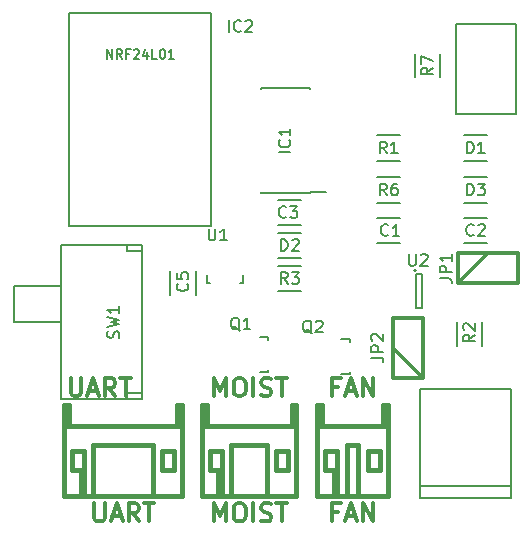
<source format=gto>
G04 #@! TF.FileFunction,Legend,Top*
%FSLAX46Y46*%
G04 Gerber Fmt 4.6, Leading zero omitted, Abs format (unit mm)*
G04 Created by KiCad (PCBNEW 0.201512031508+6343~38~ubuntu14.04.1-stable) date Do 07 Jan 2016 08:44:42 CET*
%MOMM*%
G01*
G04 APERTURE LIST*
%ADD10C,0.150000*%
%ADD11C,0.200000*%
%ADD12C,0.381000*%
%ADD13C,0.304800*%
%ADD14C,0.203200*%
G04 APERTURE END LIST*
D10*
D11*
X3975452Y36150595D02*
X3975452Y36950595D01*
X4432595Y36150595D01*
X4432595Y36950595D01*
X5270690Y36150595D02*
X5004023Y36531548D01*
X4813547Y36150595D02*
X4813547Y36950595D01*
X5118309Y36950595D01*
X5194500Y36912500D01*
X5232595Y36874405D01*
X5270690Y36798214D01*
X5270690Y36683929D01*
X5232595Y36607738D01*
X5194500Y36569643D01*
X5118309Y36531548D01*
X4813547Y36531548D01*
X5880214Y36569643D02*
X5613547Y36569643D01*
X5613547Y36150595D02*
X5613547Y36950595D01*
X5994500Y36950595D01*
X6261166Y36874405D02*
X6299261Y36912500D01*
X6375452Y36950595D01*
X6565928Y36950595D01*
X6642118Y36912500D01*
X6680214Y36874405D01*
X6718309Y36798214D01*
X6718309Y36722024D01*
X6680214Y36607738D01*
X6223071Y36150595D01*
X6718309Y36150595D01*
X7404023Y36683929D02*
X7404023Y36150595D01*
X7213547Y36988690D02*
X7023071Y36417262D01*
X7518309Y36417262D01*
X8204024Y36150595D02*
X7823071Y36150595D01*
X7823071Y36950595D01*
X8623071Y36950595D02*
X8699262Y36950595D01*
X8775452Y36912500D01*
X8813547Y36874405D01*
X8851643Y36798214D01*
X8889738Y36645833D01*
X8889738Y36455357D01*
X8851643Y36302976D01*
X8813547Y36226786D01*
X8775452Y36188690D01*
X8699262Y36150595D01*
X8623071Y36150595D01*
X8546881Y36188690D01*
X8508785Y36226786D01*
X8470690Y36302976D01*
X8432595Y36455357D01*
X8432595Y36645833D01*
X8470690Y36798214D01*
X8508785Y36874405D01*
X8546881Y36912500D01*
X8623071Y36950595D01*
X9651643Y36150595D02*
X9194500Y36150595D01*
X9423071Y36150595D02*
X9423071Y36950595D01*
X9346881Y36836310D01*
X9270690Y36760119D01*
X9194500Y36722024D01*
D10*
X28813000Y20515000D02*
X26813000Y20515000D01*
X26813000Y22665000D02*
X28813000Y22665000D01*
X18431000Y24189000D02*
X20431000Y24189000D01*
X20431000Y22039000D02*
X18431000Y22039000D01*
X11489000Y18145000D02*
X11489000Y16145000D01*
X9339000Y16145000D02*
X9339000Y18145000D01*
X34179000Y29650000D02*
X36179000Y29650000D01*
X36179000Y27500000D02*
X34179000Y27500000D01*
X36179000Y23944000D02*
X34179000Y23944000D01*
X34179000Y26094000D02*
X36179000Y26094000D01*
X21125000Y24760000D02*
X21125000Y24875000D01*
X16975000Y24760000D02*
X16975000Y24875000D01*
X16975000Y33660000D02*
X16975000Y33545000D01*
X21125000Y33660000D02*
X21125000Y33545000D01*
X21125000Y24760000D02*
X16975000Y24760000D01*
X21125000Y33660000D02*
X16975000Y33660000D01*
X21125000Y24875000D02*
X22500000Y24875000D01*
X16903700Y12612320D02*
X17604740Y12612320D01*
X17604740Y12612320D02*
X17604740Y12363400D01*
X17604740Y9813340D02*
X17604740Y9612680D01*
X17604740Y9612680D02*
X16903700Y9612680D01*
X23825200Y12421820D02*
X24526240Y12421820D01*
X24526240Y12421820D02*
X24526240Y12172900D01*
X24526240Y9622840D02*
X24526240Y9422180D01*
X24526240Y9422180D02*
X23825200Y9422180D01*
X28813000Y27500000D02*
X26813000Y27500000D01*
X26813000Y29650000D02*
X28813000Y29650000D01*
X35746000Y13827000D02*
X35746000Y11827000D01*
X33596000Y11827000D02*
X33596000Y13827000D01*
X26813000Y26094000D02*
X28813000Y26094000D01*
X28813000Y23944000D02*
X26813000Y23944000D01*
X32190000Y36560000D02*
X32190000Y34560000D01*
X30040000Y34560000D02*
X30040000Y36560000D01*
X15469820Y17830800D02*
X15469820Y17129760D01*
X15469820Y17129760D02*
X15220900Y17129760D01*
X12670840Y17129760D02*
X12470180Y17129760D01*
X12470180Y17129760D02*
X12470180Y17830800D01*
X780000Y21988000D02*
X780000Y39988000D01*
X780000Y39988000D02*
X12780000Y39988000D01*
X12780000Y39988000D02*
X12780000Y21988000D01*
X12780000Y21988000D02*
X780000Y21988000D01*
X30439360Y-43180D02*
X38140640Y-43180D01*
X30439360Y-1043940D02*
X38140640Y-1043940D01*
X38140640Y-1043940D02*
X38140640Y8155940D01*
X38140640Y8155940D02*
X30439360Y8155940D01*
X30439360Y8155940D02*
X30439360Y-1043940D01*
X36179000Y20515000D02*
X34179000Y20515000D01*
X34179000Y22665000D02*
X36179000Y22665000D01*
X30153000Y18210000D02*
G75*
G03X30153000Y18210000I-100000J0D01*
G01*
X30603000Y17960000D02*
X30103000Y17960000D01*
X30603000Y15060000D02*
X30603000Y17960000D01*
X30103000Y15060000D02*
X30603000Y15060000D01*
X30103000Y17960000D02*
X30103000Y15060000D01*
X38608000Y39116000D02*
X33528000Y39116000D01*
X33528000Y39116000D02*
X33528000Y31496000D01*
X33528000Y31496000D02*
X38608000Y31496000D01*
X38608000Y31496000D02*
X38608000Y39116000D01*
D12*
X2034540Y1361440D02*
X2034540Y-838200D01*
X2034540Y-838200D02*
X1734820Y-838200D01*
X1734820Y-838200D02*
X1734820Y1361440D01*
X7833360Y3462020D02*
X2834640Y3462020D01*
X332740Y-838200D02*
X10335260Y-838200D01*
X332740Y5062220D02*
X10335260Y5062220D01*
X7833360Y3462020D02*
X7833360Y-838200D01*
X2832100Y3462020D02*
X2832100Y-838200D01*
X8630920Y1361440D02*
X8630920Y2961640D01*
X9631680Y1361440D02*
X8630920Y1361440D01*
X9631680Y2961640D02*
X9631680Y1361440D01*
X8630920Y2961640D02*
X9631680Y2961640D01*
X1031240Y2961640D02*
X2032000Y2961640D01*
X2032000Y2961640D02*
X2032000Y1361440D01*
X2032000Y1361440D02*
X1031240Y1361440D01*
X1031240Y1361440D02*
X1031240Y2961640D01*
X10132060Y6860540D02*
X10132060Y5062220D01*
X535940Y6860540D02*
X535940Y5062220D01*
X10332720Y-838200D02*
X10332720Y6860540D01*
X10332720Y6860540D02*
X9933940Y6860540D01*
X9933940Y6860540D02*
X9933940Y5062220D01*
X734060Y5062220D02*
X734060Y6860540D01*
X734060Y6860540D02*
X335280Y6860540D01*
X335280Y6860540D02*
X335280Y-838200D01*
X13700760Y1361440D02*
X13700760Y-838200D01*
X13700760Y-838200D02*
X13401040Y-838200D01*
X13401040Y-838200D02*
X13401040Y1361440D01*
X12001500Y5062220D02*
X20002500Y5062220D01*
X14500860Y3462020D02*
X17503140Y3462020D01*
X12001500Y-838200D02*
X20002500Y-838200D01*
X17500600Y3462020D02*
X17500600Y-838200D01*
X14500860Y3462020D02*
X14500860Y-838200D01*
X18298160Y1361440D02*
X18298160Y2961640D01*
X19298920Y1361440D02*
X18298160Y1361440D01*
X19298920Y2961640D02*
X19298920Y1361440D01*
X18298160Y2961640D02*
X19298920Y2961640D01*
X12700000Y2961640D02*
X13700760Y2961640D01*
X13700760Y2961640D02*
X13700760Y1361440D01*
X13700760Y1361440D02*
X12700000Y1361440D01*
X12700000Y1361440D02*
X12700000Y2961640D01*
X19801840Y6860540D02*
X19801840Y5062220D01*
X12202160Y6860540D02*
X12202160Y5062220D01*
X20002500Y-838200D02*
X20002500Y6860540D01*
X20002500Y6860540D02*
X19603720Y6860540D01*
X19603720Y6860540D02*
X19603720Y5062220D01*
X12400280Y5062220D02*
X12400280Y6860540D01*
X12400280Y6860540D02*
X12001500Y6860540D01*
X12001500Y6860540D02*
X12001500Y-838200D01*
X23464520Y1361440D02*
X23464520Y-838200D01*
X23464520Y-838200D02*
X23164800Y-838200D01*
X23164800Y-838200D02*
X23164800Y1361440D01*
X25265380Y3462020D02*
X25265380Y-838200D01*
X24264620Y3462020D02*
X24264620Y-838200D01*
X25265380Y3462020D02*
X24264620Y3462020D01*
X26062940Y1361440D02*
X26062940Y2961640D01*
X27063700Y1361440D02*
X26062940Y1361440D01*
X27063700Y2961640D02*
X27063700Y1361440D01*
X26062940Y2961640D02*
X27063700Y2961640D01*
X22463760Y2961640D02*
X23464520Y2961640D01*
X23464520Y2961640D02*
X23464520Y1361440D01*
X23464520Y1361440D02*
X22463760Y1361440D01*
X22463760Y1361440D02*
X22463760Y2961640D01*
X27764740Y5062220D02*
X21765260Y5062220D01*
X27564080Y6860540D02*
X27564080Y5062220D01*
X21965920Y6860540D02*
X21965920Y5062220D01*
X21765260Y-838200D02*
X27764740Y-838200D01*
X27764740Y-838200D02*
X27764740Y6860540D01*
X27764740Y6860540D02*
X27365960Y6860540D01*
X27365960Y6860540D02*
X27365960Y5062220D01*
X22164040Y5062220D02*
X22164040Y6860540D01*
X22164040Y6860540D02*
X21765260Y6860540D01*
X21765260Y6860540D02*
X21765260Y-838200D01*
D10*
X20431000Y16451000D02*
X18431000Y16451000D01*
X18431000Y18601000D02*
X20431000Y18601000D01*
X18431000Y21395000D02*
X20431000Y21395000D01*
X20431000Y19245000D02*
X18431000Y19245000D01*
D13*
X33655000Y17145000D02*
X36195000Y19685000D01*
X38735000Y17145000D02*
X33655000Y17145000D01*
X33655000Y19685000D02*
X38735000Y19685000D01*
X33655000Y17145000D02*
X33655000Y19685000D01*
X38735000Y19685000D02*
X38735000Y17145000D01*
X30734000Y9144000D02*
X28194000Y11684000D01*
X30734000Y14224000D02*
X30734000Y9144000D01*
X28194000Y9144000D02*
X28194000Y14224000D01*
X30734000Y9144000D02*
X28194000Y9144000D01*
X28194000Y14224000D02*
X30734000Y14224000D01*
D10*
X64000Y13843000D02*
X-3936000Y13843000D01*
X-3936000Y13843000D02*
X-3936000Y16943000D01*
X-3936000Y16943000D02*
X64000Y16943000D01*
X5664000Y20343000D02*
X5664000Y19843000D01*
X5664000Y19843000D02*
X6964000Y19843000D01*
X5664000Y7343000D02*
X5664000Y7843000D01*
X5664000Y7843000D02*
X6964000Y7843000D01*
X1164000Y20343000D02*
X64000Y20343000D01*
X1164000Y7343000D02*
X64000Y7343000D01*
X4064000Y20343000D02*
X1164000Y20343000D01*
X64000Y20343000D02*
X64000Y7343000D01*
X1164000Y7343000D02*
X6964000Y7343000D01*
X6964000Y7343000D02*
X6964000Y20343000D01*
X6964000Y20343000D02*
X4064000Y20343000D01*
X27773334Y21232857D02*
X27725715Y21185238D01*
X27582858Y21137619D01*
X27487620Y21137619D01*
X27344762Y21185238D01*
X27249524Y21280476D01*
X27201905Y21375714D01*
X27154286Y21566190D01*
X27154286Y21709048D01*
X27201905Y21899524D01*
X27249524Y21994762D01*
X27344762Y22090000D01*
X27487620Y22137619D01*
X27582858Y22137619D01*
X27725715Y22090000D01*
X27773334Y22042381D01*
X28725715Y21137619D02*
X28154286Y21137619D01*
X28440000Y21137619D02*
X28440000Y22137619D01*
X28344762Y21994762D01*
X28249524Y21899524D01*
X28154286Y21851905D01*
X19137334Y22756857D02*
X19089715Y22709238D01*
X18946858Y22661619D01*
X18851620Y22661619D01*
X18708762Y22709238D01*
X18613524Y22804476D01*
X18565905Y22899714D01*
X18518286Y23090190D01*
X18518286Y23233048D01*
X18565905Y23423524D01*
X18613524Y23518762D01*
X18708762Y23614000D01*
X18851620Y23661619D01*
X18946858Y23661619D01*
X19089715Y23614000D01*
X19137334Y23566381D01*
X19470667Y23661619D02*
X20089715Y23661619D01*
X19756381Y23280667D01*
X19899239Y23280667D01*
X19994477Y23233048D01*
X20042096Y23185429D01*
X20089715Y23090190D01*
X20089715Y22852095D01*
X20042096Y22756857D01*
X19994477Y22709238D01*
X19899239Y22661619D01*
X19613524Y22661619D01*
X19518286Y22709238D01*
X19470667Y22756857D01*
X10771143Y17105334D02*
X10818762Y17057715D01*
X10866381Y16914858D01*
X10866381Y16819620D01*
X10818762Y16676762D01*
X10723524Y16581524D01*
X10628286Y16533905D01*
X10437810Y16486286D01*
X10294952Y16486286D01*
X10104476Y16533905D01*
X10009238Y16581524D01*
X9914000Y16676762D01*
X9866381Y16819620D01*
X9866381Y16914858D01*
X9914000Y17057715D01*
X9961619Y17105334D01*
X9866381Y18010096D02*
X9866381Y17533905D01*
X10342571Y17486286D01*
X10294952Y17533905D01*
X10247333Y17629143D01*
X10247333Y17867239D01*
X10294952Y17962477D01*
X10342571Y18010096D01*
X10437810Y18057715D01*
X10675905Y18057715D01*
X10771143Y18010096D01*
X10818762Y17962477D01*
X10866381Y17867239D01*
X10866381Y17629143D01*
X10818762Y17533905D01*
X10771143Y17486286D01*
X34440905Y28122619D02*
X34440905Y29122619D01*
X34679000Y29122619D01*
X34821858Y29075000D01*
X34917096Y28979762D01*
X34964715Y28884524D01*
X35012334Y28694048D01*
X35012334Y28551190D01*
X34964715Y28360714D01*
X34917096Y28265476D01*
X34821858Y28170238D01*
X34679000Y28122619D01*
X34440905Y28122619D01*
X35964715Y28122619D02*
X35393286Y28122619D01*
X35679000Y28122619D02*
X35679000Y29122619D01*
X35583762Y28979762D01*
X35488524Y28884524D01*
X35393286Y28836905D01*
X34440905Y24566619D02*
X34440905Y25566619D01*
X34679000Y25566619D01*
X34821858Y25519000D01*
X34917096Y25423762D01*
X34964715Y25328524D01*
X35012334Y25138048D01*
X35012334Y24995190D01*
X34964715Y24804714D01*
X34917096Y24709476D01*
X34821858Y24614238D01*
X34679000Y24566619D01*
X34440905Y24566619D01*
X35345667Y25566619D02*
X35964715Y25566619D01*
X35631381Y25185667D01*
X35774239Y25185667D01*
X35869477Y25138048D01*
X35917096Y25090429D01*
X35964715Y24995190D01*
X35964715Y24757095D01*
X35917096Y24661857D01*
X35869477Y24614238D01*
X35774239Y24566619D01*
X35488524Y24566619D01*
X35393286Y24614238D01*
X35345667Y24661857D01*
X19502381Y28233810D02*
X18502381Y28233810D01*
X19407143Y29281429D02*
X19454762Y29233810D01*
X19502381Y29090953D01*
X19502381Y28995715D01*
X19454762Y28852857D01*
X19359524Y28757619D01*
X19264286Y28710000D01*
X19073810Y28662381D01*
X18930952Y28662381D01*
X18740476Y28710000D01*
X18645238Y28757619D01*
X18550000Y28852857D01*
X18502381Y28995715D01*
X18502381Y29090953D01*
X18550000Y29233810D01*
X18597619Y29281429D01*
X19502381Y30233810D02*
X19502381Y29662381D01*
X19502381Y29948095D02*
X18502381Y29948095D01*
X18645238Y29852857D01*
X18740476Y29757619D01*
X18788095Y29662381D01*
X15208262Y13131881D02*
X15113024Y13179500D01*
X15017786Y13274738D01*
X14874929Y13417595D01*
X14779690Y13465214D01*
X14684452Y13465214D01*
X14732071Y13227119D02*
X14636833Y13274738D01*
X14541595Y13369976D01*
X14493976Y13560452D01*
X14493976Y13893786D01*
X14541595Y14084262D01*
X14636833Y14179500D01*
X14732071Y14227119D01*
X14922548Y14227119D01*
X15017786Y14179500D01*
X15113024Y14084262D01*
X15160643Y13893786D01*
X15160643Y13560452D01*
X15113024Y13369976D01*
X15017786Y13274738D01*
X14922548Y13227119D01*
X14732071Y13227119D01*
X16113024Y13227119D02*
X15541595Y13227119D01*
X15827309Y13227119D02*
X15827309Y14227119D01*
X15732071Y14084262D01*
X15636833Y13989024D01*
X15541595Y13941405D01*
X21321762Y12884381D02*
X21226524Y12932000D01*
X21131286Y13027238D01*
X20988429Y13170095D01*
X20893190Y13217714D01*
X20797952Y13217714D01*
X20845571Y12979619D02*
X20750333Y13027238D01*
X20655095Y13122476D01*
X20607476Y13312952D01*
X20607476Y13646286D01*
X20655095Y13836762D01*
X20750333Y13932000D01*
X20845571Y13979619D01*
X21036048Y13979619D01*
X21131286Y13932000D01*
X21226524Y13836762D01*
X21274143Y13646286D01*
X21274143Y13312952D01*
X21226524Y13122476D01*
X21131286Y13027238D01*
X21036048Y12979619D01*
X20845571Y12979619D01*
X21655095Y13884381D02*
X21702714Y13932000D01*
X21797952Y13979619D01*
X22036048Y13979619D01*
X22131286Y13932000D01*
X22178905Y13884381D01*
X22226524Y13789143D01*
X22226524Y13693905D01*
X22178905Y13551048D01*
X21607476Y12979619D01*
X22226524Y12979619D01*
X27646334Y28122619D02*
X27313000Y28598810D01*
X27074905Y28122619D02*
X27074905Y29122619D01*
X27455858Y29122619D01*
X27551096Y29075000D01*
X27598715Y29027381D01*
X27646334Y28932143D01*
X27646334Y28789286D01*
X27598715Y28694048D01*
X27551096Y28646429D01*
X27455858Y28598810D01*
X27074905Y28598810D01*
X28598715Y28122619D02*
X28027286Y28122619D01*
X28313000Y28122619D02*
X28313000Y29122619D01*
X28217762Y28979762D01*
X28122524Y28884524D01*
X28027286Y28836905D01*
X35123381Y12787334D02*
X34647190Y12454000D01*
X35123381Y12215905D02*
X34123381Y12215905D01*
X34123381Y12596858D01*
X34171000Y12692096D01*
X34218619Y12739715D01*
X34313857Y12787334D01*
X34456714Y12787334D01*
X34551952Y12739715D01*
X34599571Y12692096D01*
X34647190Y12596858D01*
X34647190Y12215905D01*
X34218619Y13168286D02*
X34171000Y13215905D01*
X34123381Y13311143D01*
X34123381Y13549239D01*
X34171000Y13644477D01*
X34218619Y13692096D01*
X34313857Y13739715D01*
X34409095Y13739715D01*
X34551952Y13692096D01*
X35123381Y13120667D01*
X35123381Y13739715D01*
X27646334Y24566619D02*
X27313000Y25042810D01*
X27074905Y24566619D02*
X27074905Y25566619D01*
X27455858Y25566619D01*
X27551096Y25519000D01*
X27598715Y25471381D01*
X27646334Y25376143D01*
X27646334Y25233286D01*
X27598715Y25138048D01*
X27551096Y25090429D01*
X27455858Y25042810D01*
X27074905Y25042810D01*
X28503477Y25566619D02*
X28313000Y25566619D01*
X28217762Y25519000D01*
X28170143Y25471381D01*
X28074905Y25328524D01*
X28027286Y25138048D01*
X28027286Y24757095D01*
X28074905Y24661857D01*
X28122524Y24614238D01*
X28217762Y24566619D01*
X28408239Y24566619D01*
X28503477Y24614238D01*
X28551096Y24661857D01*
X28598715Y24757095D01*
X28598715Y24995190D01*
X28551096Y25090429D01*
X28503477Y25138048D01*
X28408239Y25185667D01*
X28217762Y25185667D01*
X28122524Y25138048D01*
X28074905Y25090429D01*
X28027286Y24995190D01*
X31567381Y35393334D02*
X31091190Y35060000D01*
X31567381Y34821905D02*
X30567381Y34821905D01*
X30567381Y35202858D01*
X30615000Y35298096D01*
X30662619Y35345715D01*
X30757857Y35393334D01*
X30900714Y35393334D01*
X30995952Y35345715D01*
X31043571Y35298096D01*
X31091190Y35202858D01*
X31091190Y34821905D01*
X30567381Y35726667D02*
X30567381Y36393334D01*
X31567381Y35964762D01*
X12573095Y21756619D02*
X12573095Y20947095D01*
X12620714Y20851857D01*
X12668333Y20804238D01*
X12763571Y20756619D01*
X12954048Y20756619D01*
X13049286Y20804238D01*
X13096905Y20851857D01*
X13144524Y20947095D01*
X13144524Y21756619D01*
X14144524Y20756619D02*
X13573095Y20756619D01*
X13858809Y20756619D02*
X13858809Y21756619D01*
X13763571Y21613762D01*
X13668333Y21518524D01*
X13573095Y21470905D01*
X35012334Y21232857D02*
X34964715Y21185238D01*
X34821858Y21137619D01*
X34726620Y21137619D01*
X34583762Y21185238D01*
X34488524Y21280476D01*
X34440905Y21375714D01*
X34393286Y21566190D01*
X34393286Y21709048D01*
X34440905Y21899524D01*
X34488524Y21994762D01*
X34583762Y22090000D01*
X34726620Y22137619D01*
X34821858Y22137619D01*
X34964715Y22090000D01*
X35012334Y22042381D01*
X35393286Y22042381D02*
X35440905Y22090000D01*
X35536143Y22137619D01*
X35774239Y22137619D01*
X35869477Y22090000D01*
X35917096Y22042381D01*
X35964715Y21947143D01*
X35964715Y21851905D01*
X35917096Y21709048D01*
X35345667Y21137619D01*
X35964715Y21137619D01*
X29541095Y19607619D02*
X29541095Y18798095D01*
X29588714Y18702857D01*
X29636333Y18655238D01*
X29731571Y18607619D01*
X29922048Y18607619D01*
X30017286Y18655238D01*
X30064905Y18702857D01*
X30112524Y18798095D01*
X30112524Y19607619D01*
X30541095Y19512381D02*
X30588714Y19560000D01*
X30683952Y19607619D01*
X30922048Y19607619D01*
X31017286Y19560000D01*
X31064905Y19512381D01*
X31112524Y19417143D01*
X31112524Y19321905D01*
X31064905Y19179048D01*
X30493476Y18607619D01*
X31112524Y18607619D01*
X14263810Y38409619D02*
X14263810Y39409619D01*
X15311429Y38504857D02*
X15263810Y38457238D01*
X15120953Y38409619D01*
X15025715Y38409619D01*
X14882857Y38457238D01*
X14787619Y38552476D01*
X14740000Y38647714D01*
X14692381Y38838190D01*
X14692381Y38981048D01*
X14740000Y39171524D01*
X14787619Y39266762D01*
X14882857Y39362000D01*
X15025715Y39409619D01*
X15120953Y39409619D01*
X15263810Y39362000D01*
X15311429Y39314381D01*
X15692381Y39314381D02*
X15740000Y39362000D01*
X15835238Y39409619D01*
X16073334Y39409619D01*
X16168572Y39362000D01*
X16216191Y39314381D01*
X16263810Y39219143D01*
X16263810Y39123905D01*
X16216191Y38981048D01*
X15644762Y38409619D01*
X16263810Y38409619D01*
D13*
X902857Y9094651D02*
X902857Y7860937D01*
X975429Y7715794D01*
X1048000Y7643223D01*
X1193143Y7570651D01*
X1483429Y7570651D01*
X1628571Y7643223D01*
X1701143Y7715794D01*
X1773714Y7860937D01*
X1773714Y9094651D01*
X2426857Y8006080D02*
X3152571Y8006080D01*
X2281714Y7570651D02*
X2789714Y9094651D01*
X3297714Y7570651D01*
X4676571Y7570651D02*
X4168571Y8296366D01*
X3805714Y7570651D02*
X3805714Y9094651D01*
X4386286Y9094651D01*
X4531428Y9022080D01*
X4604000Y8949509D01*
X4676571Y8804366D01*
X4676571Y8586651D01*
X4604000Y8441509D01*
X4531428Y8368937D01*
X4386286Y8296366D01*
X3805714Y8296366D01*
X5112000Y9094651D02*
X5982857Y9094651D01*
X5547428Y7570651D02*
X5547428Y9094651D01*
X2902857Y-1504769D02*
X2902857Y-2738483D01*
X2975429Y-2883626D01*
X3048000Y-2956197D01*
X3193143Y-3028769D01*
X3483429Y-3028769D01*
X3628571Y-2956197D01*
X3701143Y-2883626D01*
X3773714Y-2738483D01*
X3773714Y-1504769D01*
X4426857Y-2593340D02*
X5152571Y-2593340D01*
X4281714Y-3028769D02*
X4789714Y-1504769D01*
X5297714Y-3028769D01*
X6676571Y-3028769D02*
X6168571Y-2303054D01*
X5805714Y-3028769D02*
X5805714Y-1504769D01*
X6386286Y-1504769D01*
X6531428Y-1577340D01*
X6604000Y-1649911D01*
X6676571Y-1795054D01*
X6676571Y-2012769D01*
X6604000Y-2157911D01*
X6531428Y-2230483D01*
X6386286Y-2303054D01*
X5805714Y-2303054D01*
X7112000Y-1504769D02*
X7982857Y-1504769D01*
X7547428Y-3028769D02*
X7547428Y-1504769D01*
X13026572Y7570651D02*
X13026572Y9094651D01*
X13534572Y8006080D01*
X14042572Y9094651D01*
X14042572Y7570651D01*
X15058572Y9094651D02*
X15348858Y9094651D01*
X15494000Y9022080D01*
X15639143Y8876937D01*
X15711715Y8586651D01*
X15711715Y8078651D01*
X15639143Y7788366D01*
X15494000Y7643223D01*
X15348858Y7570651D01*
X15058572Y7570651D01*
X14913429Y7643223D01*
X14768286Y7788366D01*
X14695715Y8078651D01*
X14695715Y8586651D01*
X14768286Y8876937D01*
X14913429Y9022080D01*
X15058572Y9094651D01*
X16364857Y7570651D02*
X16364857Y9094651D01*
X17018000Y7643223D02*
X17235714Y7570651D01*
X17598571Y7570651D01*
X17743714Y7643223D01*
X17816285Y7715794D01*
X17888857Y7860937D01*
X17888857Y8006080D01*
X17816285Y8151223D01*
X17743714Y8223794D01*
X17598571Y8296366D01*
X17308285Y8368937D01*
X17163143Y8441509D01*
X17090571Y8514080D01*
X17018000Y8659223D01*
X17018000Y8804366D01*
X17090571Y8949509D01*
X17163143Y9022080D01*
X17308285Y9094651D01*
X17671143Y9094651D01*
X17888857Y9022080D01*
X18324286Y9094651D02*
X19195143Y9094651D01*
X18759714Y7570651D02*
X18759714Y9094651D01*
X13026572Y-3028769D02*
X13026572Y-1504769D01*
X13534572Y-2593340D01*
X14042572Y-1504769D01*
X14042572Y-3028769D01*
X15058572Y-1504769D02*
X15348858Y-1504769D01*
X15494000Y-1577340D01*
X15639143Y-1722483D01*
X15711715Y-2012769D01*
X15711715Y-2520769D01*
X15639143Y-2811054D01*
X15494000Y-2956197D01*
X15348858Y-3028769D01*
X15058572Y-3028769D01*
X14913429Y-2956197D01*
X14768286Y-2811054D01*
X14695715Y-2520769D01*
X14695715Y-2012769D01*
X14768286Y-1722483D01*
X14913429Y-1577340D01*
X15058572Y-1504769D01*
X16364857Y-3028769D02*
X16364857Y-1504769D01*
X17018000Y-2956197D02*
X17235714Y-3028769D01*
X17598571Y-3028769D01*
X17743714Y-2956197D01*
X17816285Y-2883626D01*
X17888857Y-2738483D01*
X17888857Y-2593340D01*
X17816285Y-2448197D01*
X17743714Y-2375626D01*
X17598571Y-2303054D01*
X17308285Y-2230483D01*
X17163143Y-2157911D01*
X17090571Y-2085340D01*
X17018000Y-1940197D01*
X17018000Y-1795054D01*
X17090571Y-1649911D01*
X17163143Y-1577340D01*
X17308285Y-1504769D01*
X17671143Y-1504769D01*
X17888857Y-1577340D01*
X18324286Y-1504769D02*
X19195143Y-1504769D01*
X18759714Y-3028769D02*
X18759714Y-1504769D01*
X23531286Y8368937D02*
X23023286Y8368937D01*
X23023286Y7570651D02*
X23023286Y9094651D01*
X23749000Y9094651D01*
X24257001Y8006080D02*
X24982715Y8006080D01*
X24111858Y7570651D02*
X24619858Y9094651D01*
X25127858Y7570651D01*
X25635858Y7570651D02*
X25635858Y9094651D01*
X26506715Y7570651D01*
X26506715Y9094651D01*
X23531286Y-2230483D02*
X23023286Y-2230483D01*
X23023286Y-3028769D02*
X23023286Y-1504769D01*
X23749000Y-1504769D01*
X24257001Y-2593340D02*
X24982715Y-2593340D01*
X24111858Y-3028769D02*
X24619858Y-1504769D01*
X25127858Y-3028769D01*
X25635858Y-3028769D02*
X25635858Y-1504769D01*
X26506715Y-3028769D01*
X26506715Y-1504769D01*
D10*
X19264334Y17073619D02*
X18931000Y17549810D01*
X18692905Y17073619D02*
X18692905Y18073619D01*
X19073858Y18073619D01*
X19169096Y18026000D01*
X19216715Y17978381D01*
X19264334Y17883143D01*
X19264334Y17740286D01*
X19216715Y17645048D01*
X19169096Y17597429D01*
X19073858Y17549810D01*
X18692905Y17549810D01*
X19597667Y18073619D02*
X20216715Y18073619D01*
X19883381Y17692667D01*
X20026239Y17692667D01*
X20121477Y17645048D01*
X20169096Y17597429D01*
X20216715Y17502190D01*
X20216715Y17264095D01*
X20169096Y17168857D01*
X20121477Y17121238D01*
X20026239Y17073619D01*
X19740524Y17073619D01*
X19645286Y17121238D01*
X19597667Y17168857D01*
X18692905Y19867619D02*
X18692905Y20867619D01*
X18931000Y20867619D01*
X19073858Y20820000D01*
X19169096Y20724762D01*
X19216715Y20629524D01*
X19264334Y20439048D01*
X19264334Y20296190D01*
X19216715Y20105714D01*
X19169096Y20010476D01*
X19073858Y19915238D01*
X18931000Y19867619D01*
X18692905Y19867619D01*
X19645286Y20772381D02*
X19692905Y20820000D01*
X19788143Y20867619D01*
X20026239Y20867619D01*
X20121477Y20820000D01*
X20169096Y20772381D01*
X20216715Y20677143D01*
X20216715Y20581905D01*
X20169096Y20439048D01*
X19597667Y19867619D01*
X20216715Y19867619D01*
D14*
X32138619Y17568333D02*
X32864333Y17568333D01*
X33009476Y17519953D01*
X33106238Y17423191D01*
X33154619Y17278048D01*
X33154619Y17181286D01*
X33154619Y18052143D02*
X32138619Y18052143D01*
X32138619Y18439190D01*
X32187000Y18535952D01*
X32235381Y18584333D01*
X32332143Y18632714D01*
X32477286Y18632714D01*
X32574048Y18584333D01*
X32622429Y18535952D01*
X32670810Y18439190D01*
X32670810Y18052143D01*
X33154619Y19600333D02*
X33154619Y19019762D01*
X33154619Y19310048D02*
X32138619Y19310048D01*
X32283762Y19213286D01*
X32380524Y19116524D01*
X32428905Y19019762D01*
X26348619Y10837333D02*
X27074333Y10837333D01*
X27219476Y10788953D01*
X27316238Y10692191D01*
X27364619Y10547048D01*
X27364619Y10450286D01*
X27364619Y11321143D02*
X26348619Y11321143D01*
X26348619Y11708190D01*
X26397000Y11804952D01*
X26445381Y11853333D01*
X26542143Y11901714D01*
X26687286Y11901714D01*
X26784048Y11853333D01*
X26832429Y11804952D01*
X26880810Y11708190D01*
X26880810Y11321143D01*
X26445381Y12288762D02*
X26397000Y12337143D01*
X26348619Y12433905D01*
X26348619Y12675809D01*
X26397000Y12772571D01*
X26445381Y12820952D01*
X26542143Y12869333D01*
X26638905Y12869333D01*
X26784048Y12820952D01*
X27364619Y12240381D01*
X27364619Y12869333D01*
D10*
X4968762Y12509667D02*
X5016381Y12652524D01*
X5016381Y12890620D01*
X4968762Y12985858D01*
X4921143Y13033477D01*
X4825905Y13081096D01*
X4730667Y13081096D01*
X4635429Y13033477D01*
X4587810Y12985858D01*
X4540190Y12890620D01*
X4492571Y12700143D01*
X4444952Y12604905D01*
X4397333Y12557286D01*
X4302095Y12509667D01*
X4206857Y12509667D01*
X4111619Y12557286D01*
X4064000Y12604905D01*
X4016381Y12700143D01*
X4016381Y12938239D01*
X4064000Y13081096D01*
X4016381Y13414429D02*
X5016381Y13652524D01*
X4302095Y13843001D01*
X5016381Y14033477D01*
X4016381Y14271572D01*
X5016381Y15176334D02*
X5016381Y14604905D01*
X5016381Y14890619D02*
X4016381Y14890619D01*
X4159238Y14795381D01*
X4254476Y14700143D01*
X4302095Y14604905D01*
M02*

</source>
